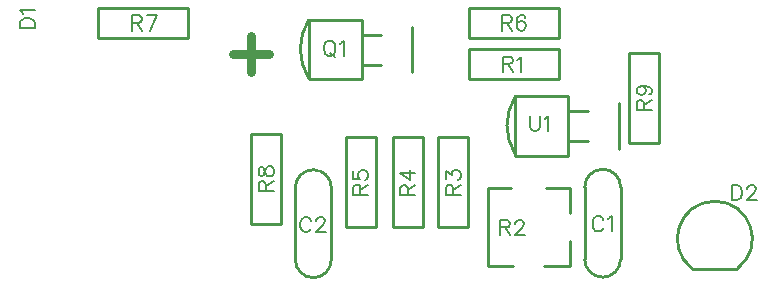
<source format=gbr>
G04 DipTrace 3.3.1.3*
G04 crowbar-revA-TopSilk.gbr*
%MOMM*%
G04 #@! TF.FileFunction,Legend,Top*
G04 #@! TF.Part,Single*
%ADD10C,0.254*%
%ADD50C,0.19608*%
%ADD51C,0.77778*%
%FSLAX35Y35*%
G04*
G71*
G90*
G75*
G01*
G04 TopSilk*
%LPD*%
X5202400Y858495D2*
D10*
Y249505D1*
X4897600Y858495D2*
Y249505D1*
G03X5202400Y249505I152400J-304D01*
G01*
Y858495D2*
G03X4897600Y858495I-152400J304D01*
G01*
X2752400Y854495D2*
Y245505D1*
X2447600Y854495D2*
Y245505D1*
G03X2752400Y245505I152400J-304D01*
G01*
Y854495D2*
G03X2447600Y854495I-152400J304D01*
G01*
X6190342Y169017D2*
X5809658D1*
X6191104Y169588D2*
G03X5808896Y169588I-191104J253481D01*
G01*
X2559961Y1783000D2*
G02X2559961Y2273000I393378J245000D01*
G01*
X3434995Y2215100D2*
Y1830900D1*
X2559961Y1773000D2*
X3010000D1*
Y2273000D1*
X2559961D1*
Y1773000D1*
X3173024Y1896000D2*
X3010000D1*
X3173024Y2150000D2*
X3010000D1*
X4681275Y1773000D2*
X3918725D1*
Y2027000D2*
Y1773000D1*
X4681275Y2027000D2*
X3918725D1*
X4681275D2*
Y1773000D1*
X4570003Y850018D2*
X4774979D1*
Y639979D1*
Y400021D2*
Y189982D1*
X4550004D1*
X4290012D2*
X4075000D1*
Y509977D1*
Y850018D1*
X4270012D1*
X3912000Y1281275D2*
Y518725D1*
X3658000D2*
X3912000D1*
X3658000Y1281275D2*
Y518725D1*
Y1281275D2*
X3912000D1*
X3273000Y518725D2*
Y1281275D1*
X3527000D2*
X3273000D1*
X3527000Y518725D2*
Y1281275D1*
Y518725D2*
X3273000D1*
X3127000Y1281275D2*
Y518725D1*
X2873000D2*
X3127000D1*
X2873000Y1281275D2*
Y518725D1*
Y1281275D2*
X3127000D1*
X3918725Y2377000D2*
X4681275D1*
Y2123000D2*
Y2377000D1*
X3918725Y2123000D2*
X4681275D1*
X3918725D2*
Y2377000D1*
X778725D2*
X1541275D1*
Y2123000D2*
Y2377000D1*
X778725Y2123000D2*
X1541275D1*
X778725D2*
Y2377000D1*
X2327000Y1311275D2*
Y548725D1*
X2073000D2*
X2327000D1*
X2073000Y1311275D2*
Y548725D1*
Y1311275D2*
X2327000D1*
X5273000Y1233725D2*
Y1996275D1*
X5527000D2*
X5273000D1*
X5527000Y1233725D2*
Y1996275D1*
Y1233725D2*
X5273000D1*
X4309961Y1137000D2*
G02X4309961Y1627000I393378J245000D01*
G01*
X5184995Y1569100D2*
Y1184900D1*
X4309961Y1127000D2*
X4760000D1*
Y1627000D1*
X4309961D1*
Y1127000D1*
X4923024Y1250000D2*
X4760000D1*
X4923024Y1504000D2*
X4760000D1*
X5055515Y582064D2*
D50*
X5049479Y594137D1*
X5037265Y606350D1*
X5025192Y612387D1*
X5000906D1*
X4988692Y606350D1*
X4976619Y594137D1*
X4970442Y582064D1*
X4964406Y563814D1*
Y533350D1*
X4970442Y515240D1*
X4976619Y503027D1*
X4988692Y490954D1*
X5000906Y484777D1*
X5025192D1*
X5037265Y490954D1*
X5049479Y503027D1*
X5055515Y515240D1*
X5094731Y587960D2*
X5106944Y594137D1*
X5125194Y612246D1*
Y484777D1*
X2581010Y575664D2*
X2574974Y587737D1*
X2562760Y599950D1*
X2550687Y605987D1*
X2526401D1*
X2514187Y599950D1*
X2502114Y587737D1*
X2495937Y575664D1*
X2489901Y557414D1*
Y526950D1*
X2495937Y508840D1*
X2502114Y496627D1*
X2514187Y484554D1*
X2526401Y478377D1*
X2550687D1*
X2562760Y484554D1*
X2574974Y496627D1*
X2581010Y508840D1*
X2626403Y575523D2*
Y581560D1*
X2632440Y593773D1*
X2638476Y599810D1*
X2650690Y605846D1*
X2674976D1*
X2687049Y599810D1*
X2693086Y593773D1*
X2699263Y581560D1*
Y569487D1*
X2693086Y557273D1*
X2681013Y539164D1*
X2620226Y478377D1*
X2705299D1*
X113794Y2202624D2*
X241403D1*
X241404Y2245161D1*
X235227Y2263411D1*
X223154Y2275624D1*
X210940Y2281661D1*
X192831Y2287697D1*
X162367D1*
X144117Y2281661D1*
X132044Y2275624D1*
X119831Y2263411D1*
X113794Y2245161D1*
Y2202624D1*
X138221Y2326913D2*
X132044Y2339126D1*
X113934Y2357376D1*
X241404D1*
X6145318Y876503D2*
Y748894D1*
X6187854D1*
X6206104Y755071D1*
X6218318Y767144D1*
X6224354Y779357D1*
X6230391Y797467D1*
Y827930D1*
X6224354Y846180D1*
X6218318Y858253D1*
X6206104Y870467D1*
X6187854Y876503D1*
X6145318D1*
X6275784Y846040D2*
Y852076D1*
X6281820Y864290D1*
X6287857Y870326D1*
X6300070Y876363D1*
X6324357D1*
X6336430Y870326D1*
X6342466Y864290D1*
X6348643Y852076D1*
Y840003D1*
X6342466Y827790D1*
X6330393Y809680D1*
X6269607Y748894D1*
X6354680D1*
X2725467Y2098987D2*
X2713394Y2093090D1*
X2701181Y2080877D1*
X2695144Y2068664D1*
X2688967Y2050414D1*
Y2020090D1*
X2695144Y2001840D1*
X2701181Y1989767D1*
X2713394Y1977554D1*
X2725467Y1971517D1*
X2749754D1*
X2761967Y1977554D1*
X2774040Y1989767D1*
X2780077Y2001840D1*
X2786254Y2020090D1*
Y2050414D1*
X2780077Y2068664D1*
X2774040Y2080877D1*
X2761967Y2093090D1*
X2749754Y2098987D1*
X2725467D1*
X2743717Y1995804D2*
X2780077Y1959304D1*
X2825469Y2074560D2*
X2837683Y2080737D1*
X2855933Y2098846D1*
Y1971377D1*
X4202624Y1902200D2*
X4257234D1*
X4275484Y1908377D1*
X4281660Y1914414D1*
X4287697Y1926487D1*
Y1938700D1*
X4281660Y1950773D1*
X4275484Y1956950D1*
X4257234Y1962987D1*
X4202624D1*
Y1835377D1*
X4245160Y1902200D2*
X4287697Y1835377D1*
X4326913Y1938560D2*
X4339126Y1944737D1*
X4357376Y1962846D1*
Y1835377D1*
X4181319Y519200D2*
X4235929D1*
X4254179Y525377D1*
X4260356Y531414D1*
X4266392Y543487D1*
Y555700D1*
X4260356Y567773D1*
X4254179Y573950D1*
X4235929Y579987D1*
X4181319D1*
Y452377D1*
X4223856Y519200D2*
X4266392Y452377D1*
X4311785Y549523D2*
Y555560D1*
X4317821Y567773D1*
X4323858Y573810D1*
X4336071Y579846D1*
X4360358D1*
X4372431Y573810D1*
X4378467Y567773D1*
X4384644Y555560D1*
Y543487D1*
X4378467Y531273D1*
X4366394Y513164D1*
X4305608Y452377D1*
X4390681D1*
X3782800Y795319D2*
Y849929D1*
X3776623Y868179D1*
X3770587Y874356D1*
X3758514Y880392D1*
X3746300D1*
X3734227Y874356D1*
X3728050Y868179D1*
X3722013Y849929D1*
Y795319D1*
X3849623D1*
X3782800Y837856D2*
X3849623Y880392D1*
X3722154Y931822D2*
Y998504D1*
X3770727Y962145D1*
Y980394D1*
X3776764Y992468D1*
X3782800Y998504D1*
X3801050Y1004681D1*
X3813123D1*
X3831373Y998504D1*
X3843587Y986431D1*
X3849623Y968181D1*
Y949931D1*
X3843587Y931821D1*
X3837410Y925785D1*
X3825337Y919608D1*
X3397800Y792301D2*
Y846911D1*
X3391623Y865161D1*
X3385587Y871338D1*
X3373514Y877374D1*
X3361300D1*
X3349227Y871338D1*
X3343050Y865161D1*
X3337013Y846911D1*
Y792301D1*
X3464623D1*
X3397800Y834838D2*
X3464623Y877374D1*
Y977376D2*
X3337154D1*
X3422087Y916590D1*
Y1007699D1*
X2997800Y795319D2*
Y849929D1*
X2991623Y868179D1*
X2985587Y874356D1*
X2973514Y880392D1*
X2961300D1*
X2949227Y874356D1*
X2943050Y868179D1*
X2937013Y849929D1*
Y795319D1*
X3064623D1*
X2997800Y837856D2*
X3064623Y880392D1*
X2937154Y992468D2*
Y931822D1*
X2991764Y925785D1*
X2985727Y931821D1*
X2979550Y950071D1*
Y968181D1*
X2985727Y986431D1*
X2997800Y998644D1*
X3016050Y1004681D1*
X3028123D1*
X3046373Y998644D1*
X3058587Y986431D1*
X3064623Y968181D1*
Y950071D1*
X3058587Y931821D1*
X3052410Y925785D1*
X3040337Y919608D1*
X4198408Y2252200D2*
X4253017D1*
X4271267Y2258377D1*
X4277444Y2264414D1*
X4283481Y2276487D1*
Y2288700D1*
X4277444Y2300773D1*
X4271267Y2306950D1*
X4253017Y2312987D1*
X4198408D1*
Y2185377D1*
X4240944Y2252200D2*
X4283481Y2185377D1*
X4395556Y2294737D2*
X4389519Y2306810D1*
X4371269Y2312846D1*
X4359196D1*
X4340946Y2306810D1*
X4328733Y2288560D1*
X4322696Y2258237D1*
Y2227914D1*
X4328733Y2203627D1*
X4340946Y2191414D1*
X4359196Y2185377D1*
X4365233D1*
X4383342Y2191414D1*
X4395556Y2203627D1*
X4401592Y2221877D1*
Y2227914D1*
X4395556Y2246164D1*
X4383342Y2258237D1*
X4365233Y2264273D1*
X4359196D1*
X4340946Y2258237D1*
X4328733Y2246164D1*
X4322696Y2227914D1*
X1065319Y2252200D2*
X1119929D1*
X1138179Y2258377D1*
X1144356Y2264414D1*
X1150392Y2276487D1*
Y2288700D1*
X1144356Y2300773D1*
X1138179Y2306950D1*
X1119929Y2312987D1*
X1065319D1*
Y2185377D1*
X1107856Y2252200D2*
X1150392Y2185377D1*
X1213894D2*
X1274681Y2312846D1*
X1189608D1*
X2197800Y825390D2*
Y879999D1*
X2191623Y898249D1*
X2185587Y904426D1*
X2173514Y910463D1*
X2161300D1*
X2149227Y904426D1*
X2143050Y898249D1*
X2137013Y879999D1*
Y825390D1*
X2264623D1*
X2197800Y867926D2*
X2264623Y910462D1*
X2137154Y980001D2*
X2143190Y961892D1*
X2155264Y955715D1*
X2167477D1*
X2179550Y961892D1*
X2185727Y973965D1*
X2191764Y998251D1*
X2197800Y1016501D1*
X2210014Y1028574D1*
X2222087Y1034611D1*
X2240337D1*
X2252410Y1028574D1*
X2258587Y1022538D1*
X2264623Y1004288D1*
Y980001D1*
X2258587Y961892D1*
X2252410Y955715D1*
X2240337Y949678D1*
X2222087D1*
X2210014Y955715D1*
X2197800Y967928D1*
X2191764Y986038D1*
X2185727Y1010324D1*
X2179550Y1022538D1*
X2167477Y1028574D1*
X2155264D1*
X2143190Y1022538D1*
X2137154Y1004288D1*
Y980001D1*
X5397800Y1513338D2*
Y1567947D1*
X5391623Y1586197D1*
X5385587Y1592374D1*
X5373514Y1598411D1*
X5361300D1*
X5349227Y1592374D1*
X5343050Y1586197D1*
X5337013Y1567947D1*
Y1513338D1*
X5464623D1*
X5397800Y1555874D2*
X5464623Y1598411D1*
X5379550Y1716663D2*
X5397800Y1710486D1*
X5410014Y1698413D1*
X5416050Y1680163D1*
Y1674126D1*
X5410014Y1655876D1*
X5397800Y1643803D1*
X5379550Y1637626D1*
X5373514D1*
X5355264Y1643803D1*
X5343190Y1655876D1*
X5337154Y1674126D1*
Y1680163D1*
X5343190Y1698413D1*
X5355264Y1710486D1*
X5379550Y1716663D1*
X5410014D1*
X5440337Y1710486D1*
X5458587Y1698413D1*
X5464623Y1680163D1*
Y1668090D1*
X5458587Y1649840D1*
X5446373Y1643803D1*
X4435074Y1462987D2*
Y1371877D1*
X4441110Y1353627D1*
X4453324Y1341554D1*
X4471574Y1335377D1*
X4483647D1*
X4501897Y1341554D1*
X4514110Y1353627D1*
X4520147Y1371877D1*
Y1462987D1*
X4559363Y1438560D2*
X4571576Y1444737D1*
X4589826Y1462846D1*
Y1335377D1*
X2228542Y1985847D2*
D51*
X1922335D1*
X2075242Y2138754D2*
Y1832547D1*
M02*

</source>
